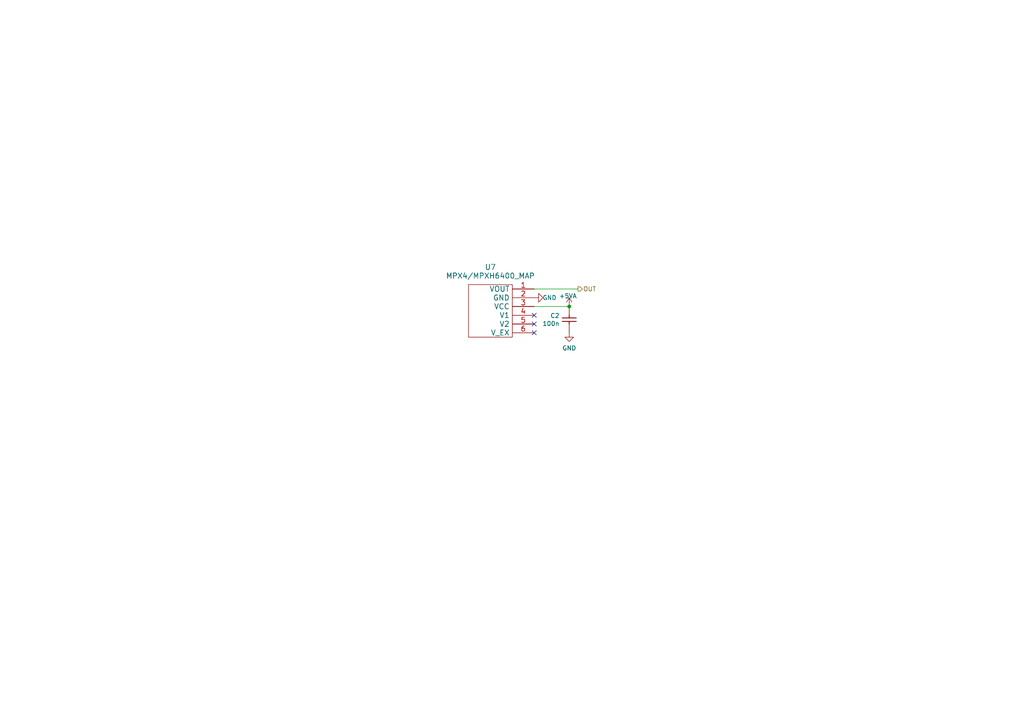
<source format=kicad_sch>
(kicad_sch (version 20231120) (generator "eeschema") (generator_version "8.0")
  (paper "A4")
  (title_block (title "UAEFI") (date "2025-04-30") (rev "E") (company "rusEFI.com"))
  (lib_symbols
    (symbol "MPX-4_MAP:MPX4/MPXH6400_MAP" (pin_names (offset 0.762))
      (property "Reference" "U" (at 0 10.16 0))
      (property "Value" "MPX4{slash}MPXH6400_MAP" (at 3.81 -10.16 0))
      (symbol "MPX4/MPXH6400_MAP_0_1"
        (rectangle (start -2.54 7.62) (end 10.16 -7.62))
      )
      (symbol "MPX4/MPXH6400_MAP_1_1"
        (pin passive line (at -8.89 6.35 0) (length 6.35) (name "VOUT") (number "1"))
        (pin passive line (at -8.89 3.81 0) (length 6.35) (name "GND") (number "2"))
        (pin passive line (at -8.89 1.27 0) (length 6.35) (name "VCC") (number "3"))
        (pin passive line (at -8.89 -1.27 0) (length 6.35) (name "V1") (number "4"))
        (pin passive line (at -8.89 -3.81 0) (length 6.35) (name "V2") (number "5"))
        (pin passive line (at -8.89 -6.35 0) (length 6.35) (name "V_EX") (number "6"))
      )
    )
    (symbol "hellen-one-common:Cap" (pin_numbers hide)
      (property "Reference" "C" (at -3.81 2.54 0))
      (property "Value" "Cap" (at -2.54 -1.27 0))
      (symbol "Cap_1_0"
        (polyline (pts (xy -1.27 0) (xy -0.508 0)) (stroke (width 0.254)))
        (polyline (pts (xy -0.508 -2.032) (xy -0.508 2.032)) (stroke (width 0.254)))
        (polyline (pts (xy 0.508 2.032) (xy 0.508 -2.032)) (stroke (width 0.254)))
        (polyline (pts (xy 1.27 0) (xy 0.508 0)) (stroke (width 0.254)))
        (pin passive line (at -3.81 0 0) (length 2.54) (name "") (number "1"))
        (pin passive line (at 3.81 0 180) (length 2.54) (name "") (number "2"))
      )
    )
    (symbol "power:+5VA" (power) (pin_numbers hide) (pin_names (offset 0) hide)
      (property "Value" "+5VA" (at 0 3.556 0))
      (symbol "+5VA_0_1"
        (polyline (pts (xy -0.762 1.27) (xy 0 2.54)))
        (polyline (pts (xy 0 0) (xy 0 2.54)))
        (polyline (pts (xy 0 2.54) (xy 0.762 1.27)))
      )
      (symbol "+5VA_1_1"
        (pin power_in line (at 0 0 90) (length 0) (name "~") (number "1"))
      )
    )
    (symbol "power:GND" (power) (pin_numbers hide) (pin_names (offset 0) hide)
      (property "Value" "GND" (at 0 -3.81 0))
      (symbol "GND_0_1"
        (polyline (pts (xy 0 0) (xy 0 -1.27) (xy 1.27 -1.27) (xy 0 -2.54) (xy -1.27 -1.27) (xy 0 -1.27)))
      )
      (symbol "GND_1_1"
        (pin power_in line (at 0 0 270) (length 0) (name "~") (number "1"))
      )
    )
  )
  (junction (at 165.1 88.9))
  (no_connect (at 154.94 91.44))
  (no_connect (at 154.94 96.52))
  (no_connect (at 154.94 93.98))
  (wire (pts (xy 165.1 88.9) (xy 154.94 88.9)))
  (wire (pts (xy 154.94 83.82) (xy 167.64 83.82)))
  (hierarchical_label "OUT" (shape output) (at 167.64 83.82 0))
  (symbol (lib_id "power:GND") (at 154.94 86.36 90) (mirror x) (unit 1)
    (property "Reference" "#PWR041" (effects (hide yes)))
    (property "Value" "GND" (at 159.385 86.36 90))
    (property "Description" "Power symbol creates a global label with name \"GND\" , ground" (effects (hide yes)))
    (instances (project "alphax_4ch" (path "" (reference "#PWR041") (unit 1)) (path "" (reference "#PWR0149") (unit 1))) (project "uaefi" (path "" (reference "#PWR0116") (unit 1))))
  )
  (symbol (lib_id "power:GND") (at 165.1 96.52 0) (mirror y) (unit 1)
    (property "Reference" "#PWR047" (effects (hide yes)))
    (property "Value" "GND" (at 165.1 100.965 0))
    (property "Description" "Power symbol creates a global label with name \"GND\" , ground" (effects (hide yes)))
    (instances (project "alphax_4ch" (path "" (reference "#PWR047") (unit 1)) (path "" (reference "#PWR0151") (unit 1))) (project "uaefi" (path "" (reference "#PWR0118") (unit 1))))
  )
  (symbol (lib_id "power:+5VA") (at 165.1 88.9 0) (mirror y) (unit 1)
    (property "Reference" "#PWR0115" (effects (hide yes)))
    (property "Value" "+5VA" (at 164.7317 85.8456 0))
    (property "Description" "Power symbol creates a global label with name \"+5VA\"" (effects (hide yes)))
    (instances (project "alphax_4ch" (path "" (reference "#PWR0115") (unit 1)) (path "" (reference "#PWR0150") (unit 1))) (project "uaefi" (path "" (reference "#PWR0117") (unit 1))))
  )
  (symbol (lib_id "hellen-one-common:Cap") (at 165.1 92.71 270) (mirror x) (unit 1)
    (property "Reference" "C2" (at 162.3059 91.5606 90) (effects (justify right)))
    (property "Value" "100n" (at 162.3059 93.8593 90) (effects (justify right)))
    (property "Footprint" "hellen-one-common:C0603" (effects (hide yes)))
    (property "LCSC" "C14663" (effects (hide yes)))
    (instances (project "alphax_4ch" (path "" (reference "C2") (unit 1)) (path "" (reference "C2") (unit 1))) (project "uaefi" (path "" (reference "C28") (unit 1))))
  )
  (symbol (lib_id "MPX-4_MAP:MPX4/MPXH6400_MAP") (at 146.05 90.17 0) (mirror y) (unit 1)
    (property "Reference" "U7" (at 142.24 77.47 0) (effects (font (size 1.524 1.524))))
    (property "Value" "MPX4/MPXH6400_MAP" (at 142.24 80.01 0) (effects (font (size 1.524 1.524))))
    (property "Footprint" "kicad6-libraries:MPX-4_MAP" (effects (hide yes)))
  )
)
</source>
